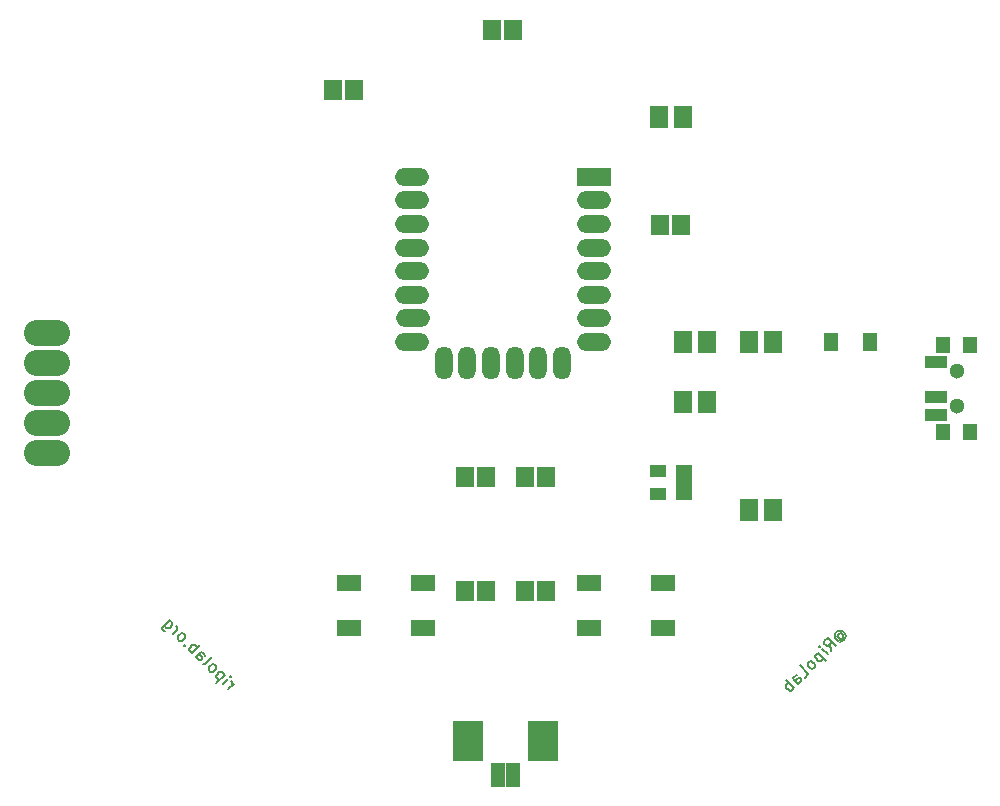
<source format=gbr>
G04 #@! TF.GenerationSoftware,KiCad,Pcbnew,5.0.0-rc2-dev-unknown-5e5e80d~64~ubuntu16.04.1*
G04 #@! TF.CreationDate,2018-05-04T15:58:43+02:00*
G04 #@! TF.ProjectId,ripolab_pcb,7269706F6C61625F7063622E6B696361,rev?*
G04 #@! TF.SameCoordinates,Original*
G04 #@! TF.FileFunction,Soldermask,Bot*
G04 #@! TF.FilePolarity,Negative*
%FSLAX46Y46*%
G04 Gerber Fmt 4.6, Leading zero omitted, Abs format (unit mm)*
G04 Created by KiCad (PCBNEW 5.0.0-rc2-dev-unknown-5e5e80d~64~ubuntu16.04.1) date Fri May  4 15:58:43 2018*
%MOMM*%
%LPD*%
G01*
G04 APERTURE LIST*
%ADD10C,0.150000*%
%ADD11O,3.900000X2.200000*%
%ADD12R,1.300000X1.600000*%
%ADD13R,1.520000X1.800000*%
%ADD14R,2.100000X1.400000*%
%ADD15O,2.900000X1.500000*%
%ADD16O,1.500000X2.800000*%
%ADD17R,2.900000X1.500000*%
%ADD18R,1.460000X1.050000*%
%ADD19R,1.200000X1.400000*%
%ADD20R,1.900000X1.100000*%
%ADD21C,1.300000*%
%ADD22R,1.545000X1.900000*%
%ADD23R,1.200000X2.000000*%
%ADD24R,2.500000X3.400000*%
G04 APERTURE END LIST*
D10*
X123802694Y-122156457D02*
X124274098Y-121685053D01*
X124139411Y-121819740D02*
X124173083Y-121718724D01*
X124173083Y-121651381D01*
X124139411Y-121550366D01*
X124072068Y-121483022D01*
X123364961Y-121718724D02*
X123836366Y-121247320D01*
X124072068Y-121011618D02*
X124072068Y-121078961D01*
X124004724Y-121078961D01*
X124004724Y-121011618D01*
X124072068Y-121011618D01*
X124004724Y-121078961D01*
X123499648Y-120910602D02*
X122792541Y-121617709D01*
X123465976Y-120944274D02*
X123432305Y-120843259D01*
X123297618Y-120708572D01*
X123196602Y-120674900D01*
X123129259Y-120674900D01*
X123028244Y-120708572D01*
X122826213Y-120910602D01*
X122792541Y-121011618D01*
X122792541Y-121078961D01*
X122826213Y-121179976D01*
X122960900Y-121314663D01*
X123061915Y-121348335D01*
X122287465Y-120641228D02*
X122388480Y-120674900D01*
X122455824Y-120674900D01*
X122556839Y-120641228D01*
X122758870Y-120439198D01*
X122792541Y-120338183D01*
X122792541Y-120270839D01*
X122758870Y-120169824D01*
X122657854Y-120068809D01*
X122556839Y-120035137D01*
X122489496Y-120035137D01*
X122388480Y-120068809D01*
X122186450Y-120270839D01*
X122152778Y-120371854D01*
X122152778Y-120439198D01*
X122186450Y-120540213D01*
X122287465Y-120641228D01*
X121647702Y-120001465D02*
X121748717Y-120035137D01*
X121849732Y-120001465D01*
X122455824Y-119395374D01*
X121075282Y-119429045D02*
X121445671Y-119058656D01*
X121546687Y-119024984D01*
X121647702Y-119058656D01*
X121782389Y-119193343D01*
X121816061Y-119294358D01*
X121108954Y-119395374D02*
X121142625Y-119496389D01*
X121310984Y-119664748D01*
X121412000Y-119698419D01*
X121513015Y-119664748D01*
X121580358Y-119597404D01*
X121614030Y-119496389D01*
X121580358Y-119395374D01*
X121412000Y-119227015D01*
X121378328Y-119126000D01*
X120738564Y-119092328D02*
X121445671Y-118385221D01*
X121176297Y-118654595D02*
X121142625Y-118553580D01*
X121007938Y-118418893D01*
X120906923Y-118385221D01*
X120839580Y-118385221D01*
X120738564Y-118418893D01*
X120536534Y-118620923D01*
X120502862Y-118721938D01*
X120502862Y-118789282D01*
X120536534Y-118890297D01*
X120671221Y-119024984D01*
X120772236Y-119058656D01*
X120166145Y-118385221D02*
X120098801Y-118385221D01*
X120098801Y-118452564D01*
X120166145Y-118452564D01*
X120166145Y-118385221D01*
X120098801Y-118452564D01*
X119661068Y-118014832D02*
X119762084Y-118048503D01*
X119829427Y-118048503D01*
X119930442Y-118014832D01*
X120132473Y-117812801D01*
X120166145Y-117711786D01*
X120166145Y-117644442D01*
X120132473Y-117543427D01*
X120031458Y-117442412D01*
X119930442Y-117408740D01*
X119863099Y-117408740D01*
X119762084Y-117442412D01*
X119560053Y-117644442D01*
X119526381Y-117745458D01*
X119526381Y-117812801D01*
X119560053Y-117913816D01*
X119661068Y-118014832D01*
X119122320Y-117476084D02*
X119593725Y-117004679D01*
X119459038Y-117139366D02*
X119492710Y-117038351D01*
X119492710Y-116971007D01*
X119459038Y-116869992D01*
X119391694Y-116802649D01*
X118852946Y-116263901D02*
X118280527Y-116836320D01*
X118246855Y-116937336D01*
X118246855Y-117004679D01*
X118280527Y-117105694D01*
X118381542Y-117206710D01*
X118482557Y-117240381D01*
X118415214Y-116701633D02*
X118448885Y-116802649D01*
X118583572Y-116937336D01*
X118684588Y-116971007D01*
X118751931Y-116971007D01*
X118852946Y-116937336D01*
X119054977Y-116735305D01*
X119088649Y-116634290D01*
X119088649Y-116566946D01*
X119054977Y-116465931D01*
X118920290Y-116331244D01*
X118819275Y-116297572D01*
X175401289Y-117681038D02*
X175401289Y-117613694D01*
X175434961Y-117512679D01*
X175502305Y-117445336D01*
X175603320Y-117411664D01*
X175670663Y-117411664D01*
X175771679Y-117445336D01*
X175839022Y-117512679D01*
X175872694Y-117613694D01*
X175872694Y-117681038D01*
X175839022Y-117782053D01*
X175771679Y-117849397D01*
X175670663Y-117883068D01*
X175603320Y-117883068D01*
X175333946Y-117613694D02*
X175603320Y-117883068D01*
X175603320Y-117950412D01*
X175569648Y-117984084D01*
X175468633Y-118017755D01*
X175367618Y-117984084D01*
X175199259Y-117815725D01*
X175165587Y-117647366D01*
X175199259Y-117479007D01*
X175300274Y-117310649D01*
X175468633Y-117209633D01*
X175636992Y-117175962D01*
X175805350Y-117209633D01*
X175973709Y-117310649D01*
X176074724Y-117479007D01*
X176108396Y-117647366D01*
X176074724Y-117815725D01*
X175973709Y-117984084D01*
X175805350Y-118085099D01*
X175636992Y-118118771D01*
X174862541Y-118893221D02*
X174761526Y-118320801D01*
X175266602Y-118489160D02*
X174559496Y-117782053D01*
X174290122Y-118051427D01*
X174256450Y-118152442D01*
X174256450Y-118219786D01*
X174290122Y-118320801D01*
X174391137Y-118421816D01*
X174492152Y-118455488D01*
X174559496Y-118455488D01*
X174660511Y-118421816D01*
X174929885Y-118152442D01*
X174559496Y-119196267D02*
X174088091Y-118724862D01*
X173852389Y-118489160D02*
X173919732Y-118489160D01*
X173919732Y-118556503D01*
X173852389Y-118556503D01*
X173852389Y-118489160D01*
X173919732Y-118556503D01*
X173751374Y-119061580D02*
X174458480Y-119768687D01*
X173785045Y-119095251D02*
X173684030Y-119128923D01*
X173549343Y-119263610D01*
X173515671Y-119364625D01*
X173515671Y-119431969D01*
X173549343Y-119532984D01*
X173751374Y-119735015D01*
X173852389Y-119768687D01*
X173919732Y-119768687D01*
X174020748Y-119735015D01*
X174155435Y-119600328D01*
X174189106Y-119499312D01*
X173482000Y-120273763D02*
X173515671Y-120172748D01*
X173515671Y-120105404D01*
X173482000Y-120004389D01*
X173279969Y-119802358D01*
X173178954Y-119768687D01*
X173111610Y-119768687D01*
X173010595Y-119802358D01*
X172909580Y-119903374D01*
X172875908Y-120004389D01*
X172875908Y-120071732D01*
X172909580Y-120172748D01*
X173111610Y-120374778D01*
X173212625Y-120408450D01*
X173279969Y-120408450D01*
X173380984Y-120374778D01*
X173482000Y-120273763D01*
X172606534Y-121149228D02*
X172943251Y-120812511D01*
X172236145Y-120105404D01*
X172067786Y-121687976D02*
X171697397Y-121317587D01*
X171663725Y-121216572D01*
X171697397Y-121115557D01*
X171832084Y-120980870D01*
X171933099Y-120947198D01*
X172034114Y-121654305D02*
X172135129Y-121620633D01*
X172303488Y-121452274D01*
X172337160Y-121351259D01*
X172303488Y-121250244D01*
X172236145Y-121182900D01*
X172135129Y-121149228D01*
X172034114Y-121182900D01*
X171865755Y-121351259D01*
X171764740Y-121384931D01*
X171731068Y-122024694D02*
X171023962Y-121317587D01*
X171293336Y-121586961D02*
X171192320Y-121620633D01*
X171057633Y-121755320D01*
X171023962Y-121856335D01*
X171023962Y-121923679D01*
X171057633Y-122024694D01*
X171259664Y-122226724D01*
X171360679Y-122260396D01*
X171428023Y-122260396D01*
X171529038Y-122226724D01*
X171663725Y-122092037D01*
X171697397Y-121991022D01*
D11*
X108458000Y-99568000D03*
D12*
X178180000Y-92710000D03*
X174880000Y-92710000D03*
D11*
X108458000Y-102108000D03*
D13*
X146186000Y-66294000D03*
X147946000Y-66294000D03*
D14*
X160630000Y-113162000D03*
X154330000Y-113162000D03*
X160630000Y-116962000D03*
X154330000Y-116962000D03*
X140310000Y-113162000D03*
X134010000Y-113162000D03*
X140310000Y-116962000D03*
X134010000Y-116962000D03*
D15*
X139351000Y-78740000D03*
X139351000Y-80740000D03*
X139351000Y-82740000D03*
X139351000Y-84740000D03*
X139351000Y-86740000D03*
X139351000Y-88740000D03*
X139451000Y-90740000D03*
X139351000Y-92740000D03*
D16*
X142061000Y-94490000D03*
X144061000Y-94490000D03*
X146061000Y-94490000D03*
X148061000Y-94490000D03*
X150061000Y-94490000D03*
X152061000Y-94490000D03*
D15*
X154751000Y-92740000D03*
X154751000Y-90740000D03*
X154751000Y-88740000D03*
X154751000Y-86740000D03*
X154751000Y-84740000D03*
X154751000Y-82740000D03*
X154751000Y-80740000D03*
D17*
X154751000Y-78740000D03*
D11*
X108458000Y-97028000D03*
X108458000Y-94488000D03*
X108458000Y-91948000D03*
D13*
X160410000Y-82804000D03*
X162170000Y-82804000D03*
X150740000Y-113792000D03*
X148980000Y-113792000D03*
X148980000Y-104140000D03*
X150740000Y-104140000D03*
X143900000Y-113792000D03*
X145660000Y-113792000D03*
X143900000Y-104140000D03*
X145660000Y-104140000D03*
X134484000Y-71374000D03*
X132724000Y-71374000D03*
D18*
X160190000Y-103698000D03*
X160190000Y-105598000D03*
X162390000Y-105598000D03*
X162390000Y-104648000D03*
X162390000Y-103698000D03*
D19*
X184370000Y-93030000D03*
X184370000Y-100330000D03*
X186580000Y-100330000D03*
X186580000Y-93030000D03*
D20*
X183720000Y-98930000D03*
X183720000Y-97430000D03*
X183720000Y-94430000D03*
D21*
X185480000Y-98180000D03*
X185480000Y-95180000D03*
D22*
X164364500Y-97790000D03*
X162279500Y-97790000D03*
X162279500Y-92710000D03*
X164364500Y-92710000D03*
X160247500Y-73660000D03*
X162332500Y-73660000D03*
D23*
X146695000Y-129400000D03*
X147945000Y-129400000D03*
D24*
X144145000Y-126500000D03*
X150495000Y-126500000D03*
D22*
X169952500Y-92710000D03*
X167867500Y-92710000D03*
X169952500Y-106934000D03*
X167867500Y-106934000D03*
M02*

</source>
